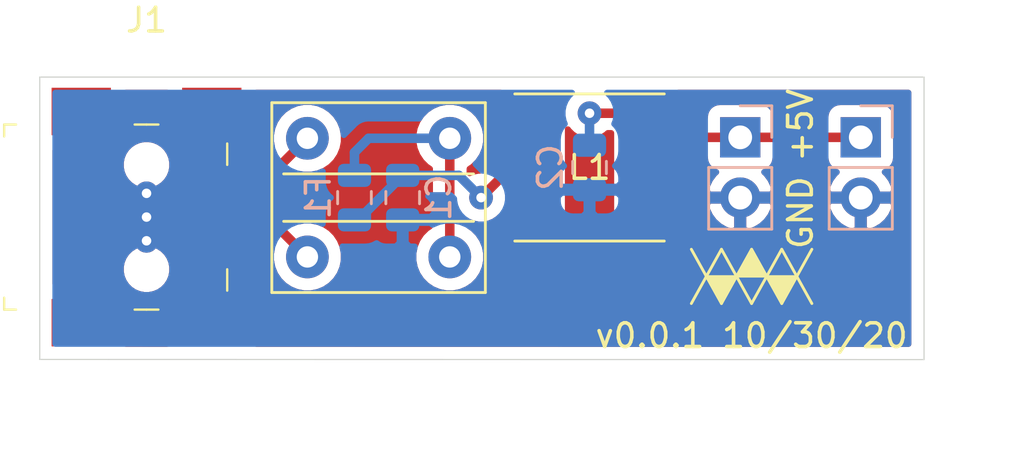
<source format=kicad_pcb>
(kicad_pcb (version 20171130) (host pcbnew "(5.1.6)-1")

  (general
    (thickness 1.6)
    (drawings 7)
    (tracks 32)
    (zones 0)
    (modules 9)
    (nets 6)
  )

  (page A4)
  (layers
    (0 F.Cu signal)
    (31 B.Cu signal)
    (32 B.Adhes user)
    (33 F.Adhes user)
    (34 B.Paste user)
    (35 F.Paste user)
    (36 B.SilkS user)
    (37 F.SilkS user)
    (38 B.Mask user)
    (39 F.Mask user)
    (40 Dwgs.User user)
    (41 Cmts.User user)
    (42 Eco1.User user)
    (43 Eco2.User user)
    (44 Edge.Cuts user)
    (45 Margin user)
    (46 B.CrtYd user)
    (47 F.CrtYd user)
    (48 B.Fab user)
    (49 F.Fab user)
  )

  (setup
    (last_trace_width 0.4)
    (user_trace_width 0.4)
    (trace_clearance 0.2)
    (zone_clearance 0.508)
    (zone_45_only no)
    (trace_min 0.2)
    (via_size 0.8)
    (via_drill 0.4)
    (via_min_size 0.4)
    (via_min_drill 0.3)
    (user_via 1 0.4)
    (uvia_size 0.3)
    (uvia_drill 0.1)
    (uvias_allowed no)
    (uvia_min_size 0.2)
    (uvia_min_drill 0.1)
    (edge_width 0.05)
    (segment_width 0.2)
    (pcb_text_width 0.3)
    (pcb_text_size 1.5 1.5)
    (mod_edge_width 0.12)
    (mod_text_size 1 1)
    (mod_text_width 0.15)
    (pad_size 1.524 1.524)
    (pad_drill 0.762)
    (pad_to_mask_clearance 0.051)
    (solder_mask_min_width 0.25)
    (aux_axis_origin 0 0)
    (visible_elements 7FFFFFFF)
    (pcbplotparams
      (layerselection 0x010fc_ffffffff)
      (usegerberextensions false)
      (usegerberattributes false)
      (usegerberadvancedattributes false)
      (creategerberjobfile false)
      (excludeedgelayer true)
      (linewidth 0.100000)
      (plotframeref false)
      (viasonmask false)
      (mode 1)
      (useauxorigin false)
      (hpglpennumber 1)
      (hpglpenspeed 20)
      (hpglpendiameter 15.000000)
      (psnegative false)
      (psa4output false)
      (plotreference true)
      (plotvalue true)
      (plotinvisibletext false)
      (padsonsilk false)
      (subtractmaskfromsilk false)
      (outputformat 1)
      (mirror false)
      (drillshape 0)
      (scaleselection 1)
      (outputdirectory "gbr/"))
  )

  (net 0 "")
  (net 1 GND)
  (net 2 "Net-(C1-Pad1)")
  (net 3 VFILT)
  (net 4 "Net-(F1-Pad2)")
  (net 5 V+)

  (net_class Default "This is the default net class."
    (clearance 0.2)
    (trace_width 0.25)
    (via_dia 0.8)
    (via_drill 0.4)
    (uvia_dia 0.3)
    (uvia_drill 0.1)
    (add_net GND)
    (add_net "Net-(C1-Pad1)")
    (add_net "Net-(F1-Pad2)")
    (add_net V+)
    (add_net VFILT)
  )

  (module Symbol:Logo_WM (layer F.Cu) (tedit 5EA02B73) (tstamp 5F9CC6A5)
    (at 160.5 110)
    (fp_text reference REF** (at 0 -2.286) (layer F.SilkS) hide
      (effects (font (size 1 1) (thickness 0.15)))
    )
    (fp_text value Logo_WM (at 0 2.032) (layer F.Fab)
      (effects (font (size 1 1) (thickness 0.15)))
    )
    (fp_line (start 0 -1.143) (end -0.635 0) (layer F.SilkS) (width 0.12))
    (fp_line (start -0.635 0) (end 0 1.143) (layer F.SilkS) (width 0.12))
    (fp_line (start 0 1.143) (end 0.635 0) (layer F.SilkS) (width 0.12))
    (fp_line (start 0.635 0) (end 0 -1.143) (layer F.SilkS) (width 0.12))
    (fp_line (start 1.905 0) (end 1.27 -1.143) (layer F.SilkS) (width 0.12))
    (fp_line (start 1.27 1.143) (end 1.905 0) (layer F.SilkS) (width 0.12))
    (fp_line (start 0.635 0) (end 1.27 1.143) (layer F.SilkS) (width 0.12))
    (fp_line (start 1.27 -1.143) (end 0.635 0) (layer F.SilkS) (width 0.12))
    (fp_line (start -1.27 1.143) (end -0.635 0) (layer F.SilkS) (width 0.12))
    (fp_line (start -1.27 -1.143) (end -1.905 0) (layer F.SilkS) (width 0.12))
    (fp_line (start -1.905 0) (end -1.27 1.143) (layer F.SilkS) (width 0.12))
    (fp_line (start -0.635 0) (end -1.27 -1.143) (layer F.SilkS) (width 0.12))
    (fp_line (start -1.905 0) (end -2.54 -1.143) (layer F.SilkS) (width 0.12))
    (fp_line (start -2.54 1.143) (end -1.905 0) (layer F.SilkS) (width 0.12))
    (fp_line (start 2.54 -1.143) (end 1.905 0) (layer F.SilkS) (width 0.12))
    (fp_line (start 1.905 0) (end 2.54 1.143) (layer F.SilkS) (width 0.12))
    (fp_poly (pts (xy -1.905 0) (xy -0.635 0) (xy -1.27 1.143)) (layer F.SilkS) (width 0.1))
    (fp_poly (pts (xy -0.635 0) (xy 0.635 0) (xy 0 -1.143)) (layer F.SilkS) (width 0.1))
    (fp_poly (pts (xy 0.635 0) (xy 1.905 0) (xy 1.27 1.143)) (layer F.SilkS) (width 0.1))
  )

  (module digikey-footprints:USB_Mini_B_Female_690-005-299-043 (layer F.Cu) (tedit 5D28ADF9) (tstamp 5ECCD834)
    (at 135 107.5)
    (descr http://files.edac.net/USB_Mini_B_Female_690-005-299-043.pdf)
    (path /5ECC6B72)
    (attr smd)
    (fp_text reference J1 (at 0 -8.3) (layer F.SilkS)
      (effects (font (size 1 1) (thickness 0.15)))
    )
    (fp_text value USB_B_Micro (at 0.08 9.44) (layer F.Fab)
      (effects (font (size 1 1) (thickness 0.15)))
    )
    (fp_text user %R (at -1.3 0) (layer F.Fab)
      (effects (font (size 1 1) (thickness 0.15)))
    )
    (fp_line (start -6.15 -5.7) (end -6.15 5.7) (layer F.CrtYd) (width 0.05))
    (fp_line (start -6.15 5.7) (end 4.25 5.7) (layer F.CrtYd) (width 0.05))
    (fp_line (start 4.25 5.7) (end 4.25 -5.7) (layer F.CrtYd) (width 0.05))
    (fp_line (start 4.25 -5.7) (end -6.15 -5.7) (layer F.CrtYd) (width 0.05))
    (fp_line (start 0 -3.9) (end 0.5 -3.9) (layer F.SilkS) (width 0.1))
    (fp_line (start 0 -3.9) (end -0.5 -3.9) (layer F.SilkS) (width 0.1))
    (fp_line (start 3.4 -2.2) (end 3.4 -3.1) (layer F.SilkS) (width 0.1))
    (fp_line (start 3.4 2.2) (end 3.4 3.1) (layer F.SilkS) (width 0.1))
    (fp_line (start 0 3.9) (end 0.5 3.9) (layer F.SilkS) (width 0.1))
    (fp_line (start 0 3.9) (end -0.5 3.9) (layer F.SilkS) (width 0.1))
    (fp_line (start -6 3.9) (end -6 3.4) (layer F.SilkS) (width 0.1))
    (fp_line (start -6 3.9) (end -5.5 3.9) (layer F.SilkS) (width 0.1))
    (fp_line (start -6 -3.9) (end -6 -3.4) (layer F.SilkS) (width 0.1))
    (fp_line (start -6 -3.9) (end -5.5 -3.9) (layer F.SilkS) (width 0.1))
    (fp_line (start -5.9 3.75) (end -5.9 -3.75) (layer F.Fab) (width 0.1))
    (fp_line (start 3.3 -3.75) (end 3.3 3.75) (layer F.Fab) (width 0.1))
    (fp_line (start 3.3 3.75) (end -5.9 3.75) (layer F.Fab) (width 0.1))
    (fp_line (start 3.3 -3.75) (end -5.9 -3.75) (layer F.Fab) (width 0.1))
    (pad "" np_thru_hole circle (at 0 -2.2) (size 0.9 0.9) (drill 0.9) (layers *.Cu *.Mask))
    (pad "" np_thru_hole circle (at 0 2.2) (size 0.9 0.9) (drill 0.9) (layers *.Cu *.Mask))
    (pad 5 smd rect (at 2.85 1.6) (size 2.3 0.5) (layers F.Cu F.Paste F.Mask)
      (net 1 GND))
    (pad 4 smd rect (at 2.85 0.8) (size 2.3 0.5) (layers F.Cu F.Paste F.Mask)
      (net 1 GND))
    (pad 3 smd rect (at 2.85 0) (size 2.3 0.5) (layers F.Cu F.Paste F.Mask)
      (net 1 GND))
    (pad 2 smd rect (at 2.85 -0.8) (size 2.3 0.5) (layers F.Cu F.Paste F.Mask)
      (net 1 GND))
    (pad 1 smd rect (at 2.85 -1.6) (size 2.3 0.5) (layers F.Cu F.Paste F.Mask)
      (net 5 V+))
    (pad SH smd rect (at 2.75 4.45) (size 2.5 2) (layers F.Cu F.Paste F.Mask))
    (pad SH smd rect (at 2.75 -4.45) (size 2.5 2) (layers F.Cu F.Paste F.Mask))
    (pad SH smd rect (at -2.75 -4.45) (size 2.5 2) (layers F.Cu F.Paste F.Mask))
    (pad SH smd rect (at -2.75 4.45) (size 2.5 2) (layers F.Cu F.Paste F.Mask))
  )

  (module Button_Switch_THT:SW_CuK_PVA1_9.8x9.2mm (layer F.Cu) (tedit 5ECC74E8) (tstamp 5ECCD899)
    (at 144.78 106.68)
    (path /5ECC93A8)
    (fp_text reference SW1 (at 0 5.5) (layer F.SilkS) hide
      (effects (font (size 1 1) (thickness 0.15)))
    )
    (fp_text value SW_DPST (at 0 7.5) (layer F.Fab)
      (effects (font (size 1 1) (thickness 0.15)))
    )
    (fp_line (start -4 1) (end 4 1) (layer F.SilkS) (width 0.12))
    (fp_line (start -4.5 4) (end -4.5 -4) (layer F.SilkS) (width 0.12))
    (fp_line (start 4.5 4) (end -4.5 4) (layer F.SilkS) (width 0.12))
    (fp_line (start 4.5 -4) (end 4.5 4) (layer F.SilkS) (width 0.12))
    (fp_line (start -4.5 -4) (end 4.5 -4) (layer F.SilkS) (width 0.12))
    (fp_line (start -4 -1) (end 4 -1) (layer F.SilkS) (width 0.12))
    (fp_line (start 1 -1) (end -1 -1) (layer F.Fab) (width 0.12))
    (fp_line (start 1 1) (end 1 -1) (layer F.Fab) (width 0.12))
    (fp_line (start -1 1) (end 1 1) (layer F.Fab) (width 0.12))
    (fp_line (start -1 -1) (end -1 1) (layer F.Fab) (width 0.12))
    (fp_line (start -1.5 4.5) (end -1.5 4) (layer F.Fab) (width 0.12))
    (fp_line (start 1.5 4) (end 1.5 4.5) (layer F.Fab) (width 0.12))
    (fp_line (start 1.5 4.5) (end -1.5 4.5) (layer F.Fab) (width 0.12))
    (fp_line (start 1.5 -4.5) (end 1.5 -4) (layer F.Fab) (width 0.12))
    (fp_line (start -1.5 -4.5) (end 1.5 -4.5) (layer F.Fab) (width 0.12))
    (fp_line (start -1.5 -4) (end -1.5 -4.5) (layer F.Fab) (width 0.12))
    (fp_line (start -4.5 4) (end -4.5 -4) (layer F.Fab) (width 0.12))
    (fp_line (start 4.5 4) (end -4.5 4) (layer F.Fab) (width 0.12))
    (fp_line (start 4.5 -4) (end 4.5 4) (layer F.Fab) (width 0.12))
    (fp_line (start -4.5 -4) (end 4.5 -4) (layer F.Fab) (width 0.12))
    (fp_line (start -4.9 4.6) (end -4.9 -4.6) (layer F.CrtYd) (width 0.12))
    (fp_line (start 4.9 4.6) (end -4.9 4.6) (layer F.CrtYd) (width 0.12))
    (fp_line (start 4.9 -4.6) (end 4.9 4.6) (layer F.CrtYd) (width 0.12))
    (fp_line (start -4.9 -4.6) (end 4.9 -4.6) (layer F.CrtYd) (width 0.12))
    (pad 3 thru_hole circle (at -3 2.5 90) (size 1.8 1.8) (drill 0.9) (layers *.Cu *.Mask)
      (net 5 V+))
    (pad 4 thru_hole circle (at 3 2.5 180) (size 1.8 1.8) (drill 0.9) (layers *.Cu *.Mask)
      (net 4 "Net-(F1-Pad2)"))
    (pad 2 thru_hole circle (at 3 -2.5 270) (size 1.8 1.8) (drill 0.9) (layers *.Cu *.Mask)
      (net 4 "Net-(F1-Pad2)"))
    (pad 1 thru_hole circle (at -3 -2.5) (size 1.8 1.8) (drill 0.9) (layers *.Cu *.Mask)
      (net 5 V+))
    (model Z:/project/kicad/custom_libs/models/Switch.3dshapes/PVA1EEH11.2NV2.igs
      (at (xyz 0 0 0))
      (scale (xyz 1 1 1))
      (rotate (xyz -90 0 0))
    )
  )

  (module Inductor_SMD:L_Taiyo-Yuden_NR-60xx (layer F.Cu) (tedit 5990349D) (tstamp 5ECCD879)
    (at 153.67 105.41)
    (descr "Inductor, Taiyo Yuden, NR series, Taiyo-Yuden_NR-60xx, 6.0mmx6.0mm")
    (tags "inductor taiyo-yuden nr smd")
    (path /5ECC735B)
    (attr smd)
    (fp_text reference L1 (at 0 0) (layer F.SilkS)
      (effects (font (size 1 1) (thickness 0.15)))
    )
    (fp_text value "33uH 1.1A" (at 0 4.5) (layer F.Fab)
      (effects (font (size 1 1) (thickness 0.15)))
    )
    (fp_line (start 3.45 -3.25) (end -3.45 -3.25) (layer F.CrtYd) (width 0.05))
    (fp_line (start 3.45 3.25) (end 3.45 -3.25) (layer F.CrtYd) (width 0.05))
    (fp_line (start -3.45 3.25) (end 3.45 3.25) (layer F.CrtYd) (width 0.05))
    (fp_line (start -3.45 -3.25) (end -3.45 3.25) (layer F.CrtYd) (width 0.05))
    (fp_line (start -3.15 3.1) (end 3.15 3.1) (layer F.SilkS) (width 0.12))
    (fp_line (start -3.15 -3.1) (end 3.15 -3.1) (layer F.SilkS) (width 0.12))
    (fp_line (start -2 3) (end 0 3) (layer F.Fab) (width 0.1))
    (fp_line (start -3 2) (end -2 3) (layer F.Fab) (width 0.1))
    (fp_line (start -3 0) (end -3 2) (layer F.Fab) (width 0.1))
    (fp_line (start 2 3) (end 0 3) (layer F.Fab) (width 0.1))
    (fp_line (start 3 2) (end 2 3) (layer F.Fab) (width 0.1))
    (fp_line (start 3 0) (end 3 2) (layer F.Fab) (width 0.1))
    (fp_line (start 2 -3) (end 0 -3) (layer F.Fab) (width 0.1))
    (fp_line (start 3 -2) (end 2 -3) (layer F.Fab) (width 0.1))
    (fp_line (start 3 0) (end 3 -2) (layer F.Fab) (width 0.1))
    (fp_line (start -2 -3) (end 0 -3) (layer F.Fab) (width 0.1))
    (fp_line (start -3 -2) (end -2 -3) (layer F.Fab) (width 0.1))
    (fp_line (start -3 0) (end -3 -2) (layer F.Fab) (width 0.1))
    (fp_text user %R (at 0 0) (layer F.Fab)
      (effects (font (size 1 1) (thickness 0.15)))
    )
    (pad 2 smd rect (at 2.35 0) (size 1.6 5.9) (layers F.Cu F.Paste F.Mask)
      (net 3 VFILT))
    (pad 1 smd rect (at -2.35 0) (size 1.6 5.9) (layers F.Cu F.Paste F.Mask)
      (net 2 "Net-(C1-Pad1)"))
    (model ${KISYS3DMOD}/Inductor_SMD.3dshapes/L_Taiyo-Yuden_NR-60xx.wrl
      (at (xyz 0 0 0))
      (scale (xyz 1 1 1))
      (rotate (xyz 0 0 0))
    )
    (model ${KISYS3DMOD}/Inductor_SMD.3dshapes/L_Bourns_SRN6045TA.wrl
      (at (xyz 0 0 0))
      (scale (xyz 1 1 1))
      (rotate (xyz 0 0 0))
    )
  )

  (module Connector_PinHeader_2.54mm:PinHeader_1x02_P2.54mm_Vertical (layer B.Cu) (tedit 59FED5CC) (tstamp 5ECCD860)
    (at 165.1 104.14 180)
    (descr "Through hole straight pin header, 1x02, 2.54mm pitch, single row")
    (tags "Through hole pin header THT 1x02 2.54mm single row")
    (path /5ECCE30E)
    (fp_text reference J3 (at 0 2.33) (layer B.SilkS) hide
      (effects (font (size 1 1) (thickness 0.15)) (justify mirror))
    )
    (fp_text value Conn_01x02 (at 0 -4.87) (layer B.Fab)
      (effects (font (size 1 1) (thickness 0.15)) (justify mirror))
    )
    (fp_line (start 1.8 1.8) (end -1.8 1.8) (layer B.CrtYd) (width 0.05))
    (fp_line (start 1.8 -4.35) (end 1.8 1.8) (layer B.CrtYd) (width 0.05))
    (fp_line (start -1.8 -4.35) (end 1.8 -4.35) (layer B.CrtYd) (width 0.05))
    (fp_line (start -1.8 1.8) (end -1.8 -4.35) (layer B.CrtYd) (width 0.05))
    (fp_line (start -1.33 1.33) (end 0 1.33) (layer B.SilkS) (width 0.12))
    (fp_line (start -1.33 0) (end -1.33 1.33) (layer B.SilkS) (width 0.12))
    (fp_line (start -1.33 -1.27) (end 1.33 -1.27) (layer B.SilkS) (width 0.12))
    (fp_line (start 1.33 -1.27) (end 1.33 -3.87) (layer B.SilkS) (width 0.12))
    (fp_line (start -1.33 -1.27) (end -1.33 -3.87) (layer B.SilkS) (width 0.12))
    (fp_line (start -1.33 -3.87) (end 1.33 -3.87) (layer B.SilkS) (width 0.12))
    (fp_line (start -1.27 0.635) (end -0.635 1.27) (layer B.Fab) (width 0.1))
    (fp_line (start -1.27 -3.81) (end -1.27 0.635) (layer B.Fab) (width 0.1))
    (fp_line (start 1.27 -3.81) (end -1.27 -3.81) (layer B.Fab) (width 0.1))
    (fp_line (start 1.27 1.27) (end 1.27 -3.81) (layer B.Fab) (width 0.1))
    (fp_line (start -0.635 1.27) (end 1.27 1.27) (layer B.Fab) (width 0.1))
    (fp_text user %R (at 0 -1.27 -90) (layer B.Fab)
      (effects (font (size 1 1) (thickness 0.15)) (justify mirror))
    )
    (pad 2 thru_hole oval (at 0 -2.54 180) (size 1.7 1.7) (drill 1) (layers *.Cu *.Mask)
      (net 1 GND))
    (pad 1 thru_hole rect (at 0 0 180) (size 1.7 1.7) (drill 1) (layers *.Cu *.Mask)
      (net 3 VFILT))
    (model ${KISYS3DMOD}/Connector_PinHeader_2.54mm.3dshapes/PinHeader_1x02_P2.54mm_Vertical.wrl
      (at (xyz 0 0 0))
      (scale (xyz 1 1 1))
      (rotate (xyz 0 0 0))
    )
  )

  (module Connector_PinHeader_2.54mm:PinHeader_1x02_P2.54mm_Vertical (layer B.Cu) (tedit 59FED5CC) (tstamp 5ECCD84A)
    (at 160.02 104.14 180)
    (descr "Through hole straight pin header, 1x02, 2.54mm pitch, single row")
    (tags "Through hole pin header THT 1x02 2.54mm single row")
    (path /5ECCCE92)
    (fp_text reference J2 (at 0 2.33) (layer B.SilkS) hide
      (effects (font (size 1 1) (thickness 0.15)) (justify mirror))
    )
    (fp_text value Conn_01x02 (at 0 -4.87) (layer B.Fab)
      (effects (font (size 1 1) (thickness 0.15)) (justify mirror))
    )
    (fp_line (start 1.8 1.8) (end -1.8 1.8) (layer B.CrtYd) (width 0.05))
    (fp_line (start 1.8 -4.35) (end 1.8 1.8) (layer B.CrtYd) (width 0.05))
    (fp_line (start -1.8 -4.35) (end 1.8 -4.35) (layer B.CrtYd) (width 0.05))
    (fp_line (start -1.8 1.8) (end -1.8 -4.35) (layer B.CrtYd) (width 0.05))
    (fp_line (start -1.33 1.33) (end 0 1.33) (layer B.SilkS) (width 0.12))
    (fp_line (start -1.33 0) (end -1.33 1.33) (layer B.SilkS) (width 0.12))
    (fp_line (start -1.33 -1.27) (end 1.33 -1.27) (layer B.SilkS) (width 0.12))
    (fp_line (start 1.33 -1.27) (end 1.33 -3.87) (layer B.SilkS) (width 0.12))
    (fp_line (start -1.33 -1.27) (end -1.33 -3.87) (layer B.SilkS) (width 0.12))
    (fp_line (start -1.33 -3.87) (end 1.33 -3.87) (layer B.SilkS) (width 0.12))
    (fp_line (start -1.27 0.635) (end -0.635 1.27) (layer B.Fab) (width 0.1))
    (fp_line (start -1.27 -3.81) (end -1.27 0.635) (layer B.Fab) (width 0.1))
    (fp_line (start 1.27 -3.81) (end -1.27 -3.81) (layer B.Fab) (width 0.1))
    (fp_line (start 1.27 1.27) (end 1.27 -3.81) (layer B.Fab) (width 0.1))
    (fp_line (start -0.635 1.27) (end 1.27 1.27) (layer B.Fab) (width 0.1))
    (fp_text user %R (at 0 -1.27 270) (layer B.Fab)
      (effects (font (size 1 1) (thickness 0.15)) (justify mirror))
    )
    (pad 2 thru_hole oval (at 0 -2.54 180) (size 1.7 1.7) (drill 1) (layers *.Cu *.Mask)
      (net 1 GND))
    (pad 1 thru_hole rect (at 0 0 180) (size 1.7 1.7) (drill 1) (layers *.Cu *.Mask)
      (net 3 VFILT))
    (model ${KISYS3DMOD}/Connector_PinHeader_2.54mm.3dshapes/PinHeader_1x02_P2.54mm_Vertical.wrl
      (at (xyz 0 0 0))
      (scale (xyz 1 1 1))
      (rotate (xyz 0 0 0))
    )
  )

  (module Fuse:Fuse_0805_2012Metric (layer B.Cu) (tedit 5B36C52C) (tstamp 5ECCD813)
    (at 143.764 106.68 90)
    (descr "Fuse SMD 0805 (2012 Metric), square (rectangular) end terminal, IPC_7351 nominal, (Body size source: https://docs.google.com/spreadsheets/d/1BsfQQcO9C6DZCsRaXUlFlo91Tg2WpOkGARC1WS5S8t0/edit?usp=sharing), generated with kicad-footprint-generator")
    (tags resistor)
    (path /5ECD5EF0)
    (attr smd)
    (fp_text reference F1 (at 0 -1.524 90) (layer B.SilkS)
      (effects (font (size 1 1) (thickness 0.15)) (justify mirror))
    )
    (fp_text value 1A (at 0 -1.65 90) (layer B.Fab)
      (effects (font (size 1 1) (thickness 0.15)) (justify mirror))
    )
    (fp_line (start 1.68 -0.95) (end -1.68 -0.95) (layer B.CrtYd) (width 0.05))
    (fp_line (start 1.68 0.95) (end 1.68 -0.95) (layer B.CrtYd) (width 0.05))
    (fp_line (start -1.68 0.95) (end 1.68 0.95) (layer B.CrtYd) (width 0.05))
    (fp_line (start -1.68 -0.95) (end -1.68 0.95) (layer B.CrtYd) (width 0.05))
    (fp_line (start -0.258578 -0.71) (end 0.258578 -0.71) (layer B.SilkS) (width 0.12))
    (fp_line (start -0.258578 0.71) (end 0.258578 0.71) (layer B.SilkS) (width 0.12))
    (fp_line (start 1 -0.6) (end -1 -0.6) (layer B.Fab) (width 0.1))
    (fp_line (start 1 0.6) (end 1 -0.6) (layer B.Fab) (width 0.1))
    (fp_line (start -1 0.6) (end 1 0.6) (layer B.Fab) (width 0.1))
    (fp_line (start -1 -0.6) (end -1 0.6) (layer B.Fab) (width 0.1))
    (fp_text user %R (at 0 0 90) (layer B.Fab)
      (effects (font (size 0.5 0.5) (thickness 0.08)) (justify mirror))
    )
    (pad 2 smd roundrect (at 0.9375 0 90) (size 0.975 1.4) (layers B.Cu B.Paste B.Mask) (roundrect_rratio 0.25)
      (net 4 "Net-(F1-Pad2)"))
    (pad 1 smd roundrect (at -0.9375 0 90) (size 0.975 1.4) (layers B.Cu B.Paste B.Mask) (roundrect_rratio 0.25)
      (net 2 "Net-(C1-Pad1)"))
    (model ${KISYS3DMOD}/Fuse.3dshapes/Fuse_0805_2012Metric.wrl
      (at (xyz 0 0 0))
      (scale (xyz 1 1 1))
      (rotate (xyz 0 0 0))
    )
  )

  (module Capacitor_SMD:C_0805_2012Metric (layer B.Cu) (tedit 5B36C52B) (tstamp 5ECCD802)
    (at 153.67 105.41 270)
    (descr "Capacitor SMD 0805 (2012 Metric), square (rectangular) end terminal, IPC_7351 nominal, (Body size source: https://docs.google.com/spreadsheets/d/1BsfQQcO9C6DZCsRaXUlFlo91Tg2WpOkGARC1WS5S8t0/edit?usp=sharing), generated with kicad-footprint-generator")
    (tags capacitor)
    (path /5ECC7DDF)
    (attr smd)
    (fp_text reference C2 (at 0 1.65 270) (layer B.SilkS)
      (effects (font (size 1 1) (thickness 0.15)) (justify mirror))
    )
    (fp_text value 1uF (at 0 -1.65 270) (layer B.Fab)
      (effects (font (size 1 1) (thickness 0.15)) (justify mirror))
    )
    (fp_line (start 1.68 -0.95) (end -1.68 -0.95) (layer B.CrtYd) (width 0.05))
    (fp_line (start 1.68 0.95) (end 1.68 -0.95) (layer B.CrtYd) (width 0.05))
    (fp_line (start -1.68 0.95) (end 1.68 0.95) (layer B.CrtYd) (width 0.05))
    (fp_line (start -1.68 -0.95) (end -1.68 0.95) (layer B.CrtYd) (width 0.05))
    (fp_line (start -0.258578 -0.71) (end 0.258578 -0.71) (layer B.SilkS) (width 0.12))
    (fp_line (start -0.258578 0.71) (end 0.258578 0.71) (layer B.SilkS) (width 0.12))
    (fp_line (start 1 -0.6) (end -1 -0.6) (layer B.Fab) (width 0.1))
    (fp_line (start 1 0.6) (end 1 -0.6) (layer B.Fab) (width 0.1))
    (fp_line (start -1 0.6) (end 1 0.6) (layer B.Fab) (width 0.1))
    (fp_line (start -1 -0.6) (end -1 0.6) (layer B.Fab) (width 0.1))
    (fp_text user %R (at 0 0 270) (layer B.Fab)
      (effects (font (size 0.5 0.5) (thickness 0.08)) (justify mirror))
    )
    (pad 2 smd roundrect (at 0.9375 0 270) (size 0.975 1.4) (layers B.Cu B.Paste B.Mask) (roundrect_rratio 0.25)
      (net 1 GND))
    (pad 1 smd roundrect (at -0.9375 0 270) (size 0.975 1.4) (layers B.Cu B.Paste B.Mask) (roundrect_rratio 0.25)
      (net 3 VFILT))
    (model ${KISYS3DMOD}/Capacitor_SMD.3dshapes/C_0805_2012Metric.wrl
      (at (xyz 0 0 0))
      (scale (xyz 1 1 1))
      (rotate (xyz 0 0 0))
    )
  )

  (module Capacitor_SMD:C_0805_2012Metric (layer B.Cu) (tedit 5B36C52B) (tstamp 5ECCD7F1)
    (at 145.796 106.68 270)
    (descr "Capacitor SMD 0805 (2012 Metric), square (rectangular) end terminal, IPC_7351 nominal, (Body size source: https://docs.google.com/spreadsheets/d/1BsfQQcO9C6DZCsRaXUlFlo91Tg2WpOkGARC1WS5S8t0/edit?usp=sharing), generated with kicad-footprint-generator")
    (tags capacitor)
    (path /5ECC784D)
    (attr smd)
    (fp_text reference C1 (at 0 -1.524 270) (layer B.SilkS)
      (effects (font (size 1 1) (thickness 0.15)) (justify mirror))
    )
    (fp_text value 1uF (at 0 -1.65 270) (layer B.Fab)
      (effects (font (size 1 1) (thickness 0.15)) (justify mirror))
    )
    (fp_line (start 1.68 -0.95) (end -1.68 -0.95) (layer B.CrtYd) (width 0.05))
    (fp_line (start 1.68 0.95) (end 1.68 -0.95) (layer B.CrtYd) (width 0.05))
    (fp_line (start -1.68 0.95) (end 1.68 0.95) (layer B.CrtYd) (width 0.05))
    (fp_line (start -1.68 -0.95) (end -1.68 0.95) (layer B.CrtYd) (width 0.05))
    (fp_line (start -0.258578 -0.71) (end 0.258578 -0.71) (layer B.SilkS) (width 0.12))
    (fp_line (start -0.258578 0.71) (end 0.258578 0.71) (layer B.SilkS) (width 0.12))
    (fp_line (start 1 -0.6) (end -1 -0.6) (layer B.Fab) (width 0.1))
    (fp_line (start 1 0.6) (end 1 -0.6) (layer B.Fab) (width 0.1))
    (fp_line (start -1 0.6) (end 1 0.6) (layer B.Fab) (width 0.1))
    (fp_line (start -1 -0.6) (end -1 0.6) (layer B.Fab) (width 0.1))
    (fp_text user %R (at 0 0 270) (layer B.Fab)
      (effects (font (size 0.5 0.5) (thickness 0.08)) (justify mirror))
    )
    (pad 2 smd roundrect (at 0.9375 0 270) (size 0.975 1.4) (layers B.Cu B.Paste B.Mask) (roundrect_rratio 0.25)
      (net 1 GND))
    (pad 1 smd roundrect (at -0.9375 0 270) (size 0.975 1.4) (layers B.Cu B.Paste B.Mask) (roundrect_rratio 0.25)
      (net 2 "Net-(C1-Pad1)"))
    (model ${KISYS3DMOD}/Capacitor_SMD.3dshapes/C_0805_2012Metric.wrl
      (at (xyz 0 0 0))
      (scale (xyz 1 1 1))
      (rotate (xyz 0 0 0))
    )
  )

  (gr_text GND (at 162.56 107.315 90) (layer F.SilkS)
    (effects (font (size 1 1) (thickness 0.15)))
  )
  (gr_text +5V (at 162.56 103.632 90) (layer F.SilkS)
    (effects (font (size 1 1) (thickness 0.15)))
  )
  (gr_text "v0.0.1 10/30/20" (at 160.5 112.5) (layer F.SilkS)
    (effects (font (size 1 1) (thickness 0.15)))
  )
  (gr_line (start 130.5 113.5) (end 130.5 101.6) (layer Edge.Cuts) (width 0.05) (tstamp 5ECCE3F8))
  (gr_line (start 167.767 113.506) (end 130.5 113.5) (layer Edge.Cuts) (width 0.05))
  (gr_line (start 167.767 101.6) (end 167.767 113.506) (layer Edge.Cuts) (width 0.05))
  (gr_line (start 130.5 101.6) (end 167.767 101.6) (layer Edge.Cuts) (width 0.05))

  (segment (start 137.85 106.7) (end 137.85 107.5) (width 0.4) (layer F.Cu) (net 1))
  (segment (start 137.85 107.5) (end 137.85 108.3) (width 0.4) (layer F.Cu) (net 1))
  (segment (start 137.85 108.3) (end 137.85 109.1) (width 0.4) (layer F.Cu) (net 1))
  (via (at 135 106.5) (size 1) (drill 0.4) (layers F.Cu B.Cu) (net 1))
  (via (at 135 108.5) (size 1) (drill 0.4) (layers F.Cu B.Cu) (net 1))
  (via (at 135 107.5) (size 1) (drill 0.4) (layers F.Cu B.Cu) (net 1))
  (segment (start 143.921 107.6175) (end 145.796 105.7425) (width 0.4) (layer B.Cu) (net 2))
  (segment (start 143.764 107.6175) (end 143.921 107.6175) (width 0.4) (layer B.Cu) (net 2))
  (via (at 149.098 106.68) (size 1) (drill 0.4) (layers F.Cu B.Cu) (net 2))
  (segment (start 145.796 105.7425) (end 148.1605 105.7425) (width 0.4) (layer B.Cu) (net 2))
  (segment (start 148.1605 105.7425) (end 149.098 106.68) (width 0.4) (layer B.Cu) (net 2))
  (segment (start 150.368 105.41) (end 151.32 105.41) (width 0.4) (layer F.Cu) (net 2))
  (segment (start 149.098 106.68) (end 150.368 105.41) (width 0.4) (layer F.Cu) (net 2))
  (segment (start 156.02 105.41) (end 156.02 103.823) (width 0.4) (layer F.Cu) (net 3))
  (via (at 153.67 103.124) (size 1) (drill 0.4) (layers F.Cu B.Cu) (net 3))
  (segment (start 156.02 103.823) (end 155.321 103.124) (width 0.4) (layer F.Cu) (net 3))
  (segment (start 155.321 103.124) (end 153.67 103.124) (width 0.4) (layer F.Cu) (net 3))
  (segment (start 153.67 103.124) (end 153.67 104.4725) (width 0.4) (layer B.Cu) (net 3))
  (segment (start 160.02 104.14) (end 156.972 104.14) (width 0.4) (layer F.Cu) (net 3))
  (segment (start 156.02 105.092) (end 156.972 104.14) (width 0.4) (layer F.Cu) (net 3))
  (segment (start 156.02 105.41) (end 156.02 105.092) (width 0.4) (layer F.Cu) (net 3))
  (segment (start 160.02 104.14) (end 165.1 104.14) (width 0.4) (layer F.Cu) (net 3))
  (segment (start 147.78 104.18) (end 144.359 104.18) (width 0.4) (layer B.Cu) (net 4))
  (segment (start 143.764 104.775) (end 143.764 105.7425) (width 0.4) (layer B.Cu) (net 4))
  (segment (start 144.359 104.18) (end 143.764 104.775) (width 0.4) (layer B.Cu) (net 4))
  (segment (start 147.78 109.18) (end 147.78 104.18) (width 0.4) (layer F.Cu) (net 4))
  (segment (start 140.58 105.38) (end 141.78 104.18) (width 0.4) (layer F.Cu) (net 5))
  (segment (start 140.58 107.98) (end 141.78 109.18) (width 0.4) (layer F.Cu) (net 5))
  (segment (start 137.85 105.9) (end 140.56 105.9) (width 0.4) (layer F.Cu) (net 5))
  (segment (start 140.56 105.9) (end 140.58 105.92) (width 0.4) (layer F.Cu) (net 5))
  (segment (start 140.58 105.38) (end 140.58 105.92) (width 0.4) (layer F.Cu) (net 5))
  (segment (start 140.58 105.92) (end 140.58 107.98) (width 0.4) (layer F.Cu) (net 5))

  (zone (net 1) (net_name GND) (layer F.Cu) (tstamp 5ECC7D9D) (hatch edge 0.508)
    (connect_pads (clearance 0.508))
    (min_thickness 0.254)
    (fill yes (arc_segments 32) (thermal_gap 0.508) (thermal_bridge_width 0.508))
    (polygon
      (pts
        (xy 170.18 100.5) (xy 130 100.5) (xy 130 113.76) (xy 170.18 113.76)
      )
    )
    (filled_polygon
      (pts
        (xy 135.861928 104.05) (xy 135.874188 104.174482) (xy 135.910498 104.29418) (xy 135.969463 104.404494) (xy 136.048815 104.501185)
        (xy 136.145506 104.580537) (xy 136.25582 104.639502) (xy 136.375518 104.675812) (xy 136.5 104.688072) (xy 139 104.688072)
        (xy 139.124482 104.675812) (xy 139.24418 104.639502) (xy 139.354494 104.580537) (xy 139.451185 104.501185) (xy 139.530537 104.404494)
        (xy 139.589502 104.29418) (xy 139.625812 104.174482) (xy 139.638072 104.05) (xy 139.638072 102.26) (xy 149.917096 102.26)
        (xy 149.894188 102.335518) (xy 149.881928 102.46) (xy 149.881928 104.728717) (xy 149.774709 104.816709) (xy 149.748558 104.848574)
        (xy 149.052133 105.545) (xy 148.986212 105.545) (xy 148.766933 105.588617) (xy 148.615 105.65155) (xy 148.615 105.468199)
        (xy 148.758505 105.372312) (xy 148.972312 105.158505) (xy 149.140299 104.907095) (xy 149.256011 104.627743) (xy 149.315 104.331184)
        (xy 149.315 104.028816) (xy 149.256011 103.732257) (xy 149.140299 103.452905) (xy 148.972312 103.201495) (xy 148.758505 102.987688)
        (xy 148.507095 102.819701) (xy 148.227743 102.703989) (xy 147.931184 102.645) (xy 147.628816 102.645) (xy 147.332257 102.703989)
        (xy 147.052905 102.819701) (xy 146.801495 102.987688) (xy 146.587688 103.201495) (xy 146.419701 103.452905) (xy 146.303989 103.732257)
        (xy 146.245 104.028816) (xy 146.245 104.331184) (xy 146.303989 104.627743) (xy 146.419701 104.907095) (xy 146.587688 105.158505)
        (xy 146.801495 105.372312) (xy 146.945001 105.4682) (xy 146.945 107.891801) (xy 146.801495 107.987688) (xy 146.587688 108.201495)
        (xy 146.419701 108.452905) (xy 146.303989 108.732257) (xy 146.245 109.028816) (xy 146.245 109.331184) (xy 146.303989 109.627743)
        (xy 146.419701 109.907095) (xy 146.587688 110.158505) (xy 146.801495 110.372312) (xy 147.052905 110.540299) (xy 147.332257 110.656011)
        (xy 147.628816 110.715) (xy 147.931184 110.715) (xy 148.227743 110.656011) (xy 148.507095 110.540299) (xy 148.758505 110.372312)
        (xy 148.972312 110.158505) (xy 149.140299 109.907095) (xy 149.256011 109.627743) (xy 149.315 109.331184) (xy 149.315 109.028816)
        (xy 149.256011 108.732257) (xy 149.140299 108.452905) (xy 148.972312 108.201495) (xy 148.758505 107.987688) (xy 148.615 107.891801)
        (xy 148.615 107.70845) (xy 148.766933 107.771383) (xy 148.986212 107.815) (xy 149.209788 107.815) (xy 149.429067 107.771383)
        (xy 149.635624 107.685824) (xy 149.82152 107.561612) (xy 149.881928 107.501204) (xy 149.881928 108.36) (xy 149.894188 108.484482)
        (xy 149.930498 108.60418) (xy 149.989463 108.714494) (xy 150.068815 108.811185) (xy 150.165506 108.890537) (xy 150.27582 108.949502)
        (xy 150.395518 108.985812) (xy 150.52 108.998072) (xy 152.12 108.998072) (xy 152.244482 108.985812) (xy 152.36418 108.949502)
        (xy 152.474494 108.890537) (xy 152.571185 108.811185) (xy 152.650537 108.714494) (xy 152.709502 108.60418) (xy 152.745812 108.484482)
        (xy 152.758072 108.36) (xy 152.758072 103.802149) (xy 152.788388 103.84752) (xy 152.94648 104.005612) (xy 153.132376 104.129824)
        (xy 153.338933 104.215383) (xy 153.558212 104.259) (xy 153.781788 104.259) (xy 154.001067 104.215383) (xy 154.207624 104.129824)
        (xy 154.39352 104.005612) (xy 154.440132 103.959) (xy 154.581928 103.959) (xy 154.581928 108.36) (xy 154.594188 108.484482)
        (xy 154.630498 108.60418) (xy 154.689463 108.714494) (xy 154.768815 108.811185) (xy 154.865506 108.890537) (xy 154.97582 108.949502)
        (xy 155.095518 108.985812) (xy 155.22 108.998072) (xy 156.82 108.998072) (xy 156.944482 108.985812) (xy 157.06418 108.949502)
        (xy 157.174494 108.890537) (xy 157.271185 108.811185) (xy 157.350537 108.714494) (xy 157.409502 108.60418) (xy 157.445812 108.484482)
        (xy 157.458072 108.36) (xy 157.458072 107.03689) (xy 158.578524 107.03689) (xy 158.623175 107.184099) (xy 158.748359 107.44692)
        (xy 158.922412 107.680269) (xy 159.138645 107.875178) (xy 159.388748 108.024157) (xy 159.663109 108.121481) (xy 159.893 108.000814)
        (xy 159.893 106.807) (xy 160.147 106.807) (xy 160.147 108.000814) (xy 160.376891 108.121481) (xy 160.651252 108.024157)
        (xy 160.901355 107.875178) (xy 161.117588 107.680269) (xy 161.291641 107.44692) (xy 161.416825 107.184099) (xy 161.461476 107.03689)
        (xy 163.658524 107.03689) (xy 163.703175 107.184099) (xy 163.828359 107.44692) (xy 164.002412 107.680269) (xy 164.218645 107.875178)
        (xy 164.468748 108.024157) (xy 164.743109 108.121481) (xy 164.973 108.000814) (xy 164.973 106.807) (xy 165.227 106.807)
        (xy 165.227 108.000814) (xy 165.456891 108.121481) (xy 165.731252 108.024157) (xy 165.981355 107.875178) (xy 166.197588 107.680269)
        (xy 166.371641 107.44692) (xy 166.496825 107.184099) (xy 166.541476 107.03689) (xy 166.420155 106.807) (xy 165.227 106.807)
        (xy 164.973 106.807) (xy 163.779845 106.807) (xy 163.658524 107.03689) (xy 161.461476 107.03689) (xy 161.340155 106.807)
        (xy 160.147 106.807) (xy 159.893 106.807) (xy 158.699845 106.807) (xy 158.578524 107.03689) (xy 157.458072 107.03689)
        (xy 157.458072 104.975) (xy 158.531928 104.975) (xy 158.531928 104.99) (xy 158.544188 105.114482) (xy 158.580498 105.23418)
        (xy 158.639463 105.344494) (xy 158.718815 105.441185) (xy 158.815506 105.520537) (xy 158.92582 105.579502) (xy 159.006466 105.603966)
        (xy 158.922412 105.679731) (xy 158.748359 105.91308) (xy 158.623175 106.175901) (xy 158.578524 106.32311) (xy 158.699845 106.553)
        (xy 159.893 106.553) (xy 159.893 106.533) (xy 160.147 106.533) (xy 160.147 106.553) (xy 161.340155 106.553)
        (xy 161.461476 106.32311) (xy 161.416825 106.175901) (xy 161.291641 105.91308) (xy 161.117588 105.679731) (xy 161.033534 105.603966)
        (xy 161.11418 105.579502) (xy 161.224494 105.520537) (xy 161.321185 105.441185) (xy 161.400537 105.344494) (xy 161.459502 105.23418)
        (xy 161.495812 105.114482) (xy 161.508072 104.99) (xy 161.508072 104.975) (xy 163.611928 104.975) (xy 163.611928 104.99)
        (xy 163.624188 105.114482) (xy 163.660498 105.23418) (xy 163.719463 105.344494) (xy 163.798815 105.441185) (xy 163.895506 105.520537)
        (xy 164.00582 105.579502) (xy 164.086466 105.603966) (xy 164.002412 105.679731) (xy 163.828359 105.91308) (xy 163.703175 106.175901)
        (xy 163.658524 106.32311) (xy 163.779845 106.553) (xy 164.973 106.553) (xy 164.973 106.533) (xy 165.227 106.533)
        (xy 165.227 106.553) (xy 166.420155 106.553) (xy 166.541476 106.32311) (xy 166.496825 106.175901) (xy 166.371641 105.91308)
        (xy 166.197588 105.679731) (xy 166.113534 105.603966) (xy 166.19418 105.579502) (xy 166.304494 105.520537) (xy 166.401185 105.441185)
        (xy 166.480537 105.344494) (xy 166.539502 105.23418) (xy 166.575812 105.114482) (xy 166.588072 104.99) (xy 166.588072 103.29)
        (xy 166.575812 103.165518) (xy 166.539502 103.04582) (xy 166.480537 102.935506) (xy 166.401185 102.838815) (xy 166.304494 102.759463)
        (xy 166.19418 102.700498) (xy 166.074482 102.664188) (xy 165.95 102.651928) (xy 164.25 102.651928) (xy 164.125518 102.664188)
        (xy 164.00582 102.700498) (xy 163.895506 102.759463) (xy 163.798815 102.838815) (xy 163.719463 102.935506) (xy 163.660498 103.04582)
        (xy 163.624188 103.165518) (xy 163.611928 103.29) (xy 163.611928 103.305) (xy 161.508072 103.305) (xy 161.508072 103.29)
        (xy 161.495812 103.165518) (xy 161.459502 103.04582) (xy 161.400537 102.935506) (xy 161.321185 102.838815) (xy 161.224494 102.759463)
        (xy 161.11418 102.700498) (xy 160.994482 102.664188) (xy 160.87 102.651928) (xy 159.17 102.651928) (xy 159.045518 102.664188)
        (xy 158.92582 102.700498) (xy 158.815506 102.759463) (xy 158.718815 102.838815) (xy 158.639463 102.935506) (xy 158.580498 103.04582)
        (xy 158.544188 103.165518) (xy 158.531928 103.29) (xy 158.531928 103.305) (xy 157.458072 103.305) (xy 157.458072 102.46)
        (xy 157.445812 102.335518) (xy 157.422904 102.26) (xy 167.107 102.26) (xy 167.107001 112.845894) (xy 139.638072 112.841472)
        (xy 139.638072 110.95) (xy 139.625812 110.825518) (xy 139.589502 110.70582) (xy 139.530537 110.595506) (xy 139.451185 110.498815)
        (xy 139.354494 110.419463) (xy 139.24418 110.360498) (xy 139.124482 110.324188) (xy 139 110.311928) (xy 136.5 110.311928)
        (xy 136.375518 110.324188) (xy 136.25582 110.360498) (xy 136.145506 110.419463) (xy 136.048815 110.498815) (xy 135.969463 110.595506)
        (xy 135.910498 110.70582) (xy 135.874188 110.825518) (xy 135.861928 110.95) (xy 135.861928 112.840864) (xy 134.138072 112.840586)
        (xy 134.138072 110.95) (xy 134.125812 110.825518) (xy 134.089502 110.70582) (xy 134.030537 110.595506) (xy 133.951185 110.498815)
        (xy 133.854494 110.419463) (xy 133.74418 110.360498) (xy 133.624482 110.324188) (xy 133.5 110.311928) (xy 131.16 110.311928)
        (xy 131.16 109.593137) (xy 133.915 109.593137) (xy 133.915 109.806863) (xy 133.956696 110.016483) (xy 134.038485 110.21394)
        (xy 134.157225 110.391647) (xy 134.308353 110.542775) (xy 134.48606 110.661515) (xy 134.683517 110.743304) (xy 134.893137 110.785)
        (xy 135.106863 110.785) (xy 135.316483 110.743304) (xy 135.51394 110.661515) (xy 135.691647 110.542775) (xy 135.842775 110.391647)
        (xy 135.961515 110.21394) (xy 136.043304 110.016483) (xy 136.085 109.806863) (xy 136.085 109.593137) (xy 136.043304 109.383517)
        (xy 136.042573 109.38175) (xy 136.065 109.38175) (xy 136.075572 109.481244) (xy 136.113174 109.600542) (xy 136.173328 109.710212)
        (xy 136.253722 109.806039) (xy 136.351266 109.884341) (xy 136.462211 109.942108) (xy 136.582295 109.977122) (xy 136.706902 109.988035)
        (xy 137.56425 109.985) (xy 137.723 109.82625) (xy 137.723 109.223) (xy 137.977 109.223) (xy 137.977 109.82625)
        (xy 138.13575 109.985) (xy 138.993098 109.988035) (xy 139.117705 109.977122) (xy 139.237789 109.942108) (xy 139.348734 109.884341)
        (xy 139.446278 109.806039) (xy 139.526672 109.710212) (xy 139.586826 109.600542) (xy 139.624428 109.481244) (xy 139.635 109.38175)
        (xy 139.47625 109.223) (xy 137.977 109.223) (xy 137.723 109.223) (xy 136.22375 109.223) (xy 136.065 109.38175)
        (xy 136.042573 109.38175) (xy 135.961515 109.18606) (xy 135.842775 109.008353) (xy 135.691647 108.857225) (xy 135.51394 108.738485)
        (xy 135.316483 108.656696) (xy 135.106863 108.615) (xy 134.893137 108.615) (xy 134.683517 108.656696) (xy 134.48606 108.738485)
        (xy 134.308353 108.857225) (xy 134.157225 109.008353) (xy 134.038485 109.18606) (xy 133.956696 109.383517) (xy 133.915 109.593137)
        (xy 131.16 109.593137) (xy 131.16 105.193137) (xy 133.915 105.193137) (xy 133.915 105.406863) (xy 133.956696 105.616483)
        (xy 134.038485 105.81394) (xy 134.157225 105.991647) (xy 134.308353 106.142775) (xy 134.48606 106.261515) (xy 134.683517 106.343304)
        (xy 134.893137 106.385) (xy 135.106863 106.385) (xy 135.316483 106.343304) (xy 135.51394 106.261515) (xy 135.691647 106.142775)
        (xy 135.842775 105.991647) (xy 135.961515 105.81394) (xy 136.02942 105.65) (xy 136.061928 105.65) (xy 136.061928 106.15)
        (xy 136.074188 106.274482) (xy 136.081711 106.299281) (xy 136.075572 106.318756) (xy 136.065 106.41825) (xy 136.22375 106.577)
        (xy 136.228967 106.577) (xy 136.248815 106.601185) (xy 136.345506 106.680537) (xy 136.381633 106.699848) (xy 136.351266 106.715659)
        (xy 136.253722 106.793961) (xy 136.22936 106.823) (xy 136.22375 106.823) (xy 136.065 106.98175) (xy 136.075572 107.081244)
        (xy 136.081484 107.1) (xy 136.075572 107.118756) (xy 136.065 107.21825) (xy 136.22375 107.377) (xy 136.22936 107.377)
        (xy 136.253722 107.406039) (xy 136.351266 107.484341) (xy 136.38134 107.5) (xy 136.351266 107.515659) (xy 136.253722 107.593961)
        (xy 136.22936 107.623) (xy 136.22375 107.623) (xy 136.065 107.78175) (xy 136.075572 107.881244) (xy 136.081484 107.9)
        (xy 136.075572 107.918756) (xy 136.065 108.01825) (xy 136.22375 108.177) (xy 136.22936 108.177) (xy 136.253722 108.206039)
        (xy 136.351266 108.284341) (xy 136.38134 108.3) (xy 136.351266 108.315659) (xy 136.253722 108.393961) (xy 136.22936 108.423)
        (xy 136.22375 108.423) (xy 136.065 108.58175) (xy 136.075572 108.681244) (xy 136.081484 108.7) (xy 136.075572 108.718756)
        (xy 136.065 108.81825) (xy 136.22375 108.977) (xy 136.22936 108.977) (xy 136.253722 109.006039) (xy 136.351266 109.084341)
        (xy 136.462211 109.142108) (xy 136.582295 109.177122) (xy 136.706902 109.188035) (xy 137.56425 109.185) (xy 137.723 109.02625)
        (xy 137.723 108.37375) (xy 137.64925 108.3) (xy 137.723 108.22625) (xy 137.723 107.57375) (xy 137.64925 107.5)
        (xy 137.723 107.42625) (xy 137.723 107.353) (xy 137.977 107.353) (xy 137.977 107.42625) (xy 138.05075 107.5)
        (xy 137.977 107.57375) (xy 137.977 108.22625) (xy 138.05075 108.3) (xy 137.977 108.37375) (xy 137.977 109.02625)
        (xy 138.13575 109.185) (xy 138.993098 109.188035) (xy 139.117705 109.177122) (xy 139.237789 109.142108) (xy 139.348734 109.084341)
        (xy 139.446278 109.006039) (xy 139.47064 108.977) (xy 139.47625 108.977) (xy 139.635 108.81825) (xy 139.624428 108.718756)
        (xy 139.618516 108.7) (xy 139.624428 108.681244) (xy 139.635 108.58175) (xy 139.47625 108.423) (xy 139.47064 108.423)
        (xy 139.446278 108.393961) (xy 139.348734 108.315659) (xy 139.31866 108.3) (xy 139.348734 108.284341) (xy 139.446278 108.206039)
        (xy 139.47064 108.177) (xy 139.47625 108.177) (xy 139.635 108.01825) (xy 139.624428 107.918756) (xy 139.618516 107.9)
        (xy 139.624428 107.881244) (xy 139.635 107.78175) (xy 139.47625 107.623) (xy 139.47064 107.623) (xy 139.446278 107.593961)
        (xy 139.348734 107.515659) (xy 139.31866 107.5) (xy 139.348734 107.484341) (xy 139.446278 107.406039) (xy 139.47064 107.377)
        (xy 139.47625 107.377) (xy 139.635 107.21825) (xy 139.624428 107.118756) (xy 139.618516 107.1) (xy 139.624428 107.081244)
        (xy 139.635 106.98175) (xy 139.480252 106.827002) (xy 139.635 106.827002) (xy 139.635 106.735) (xy 139.745 106.735)
        (xy 139.745001 107.938972) (xy 139.74096 107.98) (xy 139.757082 108.143688) (xy 139.804828 108.301086) (xy 139.854471 108.393961)
        (xy 139.882365 108.446146) (xy 139.98671 108.573291) (xy 140.018574 108.599441) (xy 140.278671 108.859538) (xy 140.245 109.028816)
        (xy 140.245 109.331184) (xy 140.303989 109.627743) (xy 140.419701 109.907095) (xy 140.587688 110.158505) (xy 140.801495 110.372312)
        (xy 141.052905 110.540299) (xy 141.332257 110.656011) (xy 141.628816 110.715) (xy 141.931184 110.715) (xy 142.227743 110.656011)
        (xy 142.507095 110.540299) (xy 142.758505 110.372312) (xy 142.972312 110.158505) (xy 143.140299 109.907095) (xy 143.256011 109.627743)
        (xy 143.315 109.331184) (xy 143.315 109.028816) (xy 143.256011 108.732257) (xy 143.140299 108.452905) (xy 142.972312 108.201495)
        (xy 142.758505 107.987688) (xy 142.507095 107.819701) (xy 142.227743 107.703989) (xy 141.931184 107.645) (xy 141.628816 107.645)
        (xy 141.459538 107.678671) (xy 141.415 107.634133) (xy 141.415 105.961007) (xy 141.419039 105.919999) (xy 141.415 105.878991)
        (xy 141.415 105.725867) (xy 141.459538 105.681329) (xy 141.628816 105.715) (xy 141.931184 105.715) (xy 142.227743 105.656011)
        (xy 142.507095 105.540299) (xy 142.758505 105.372312) (xy 142.972312 105.158505) (xy 143.140299 104.907095) (xy 143.256011 104.627743)
        (xy 143.315 104.331184) (xy 143.315 104.028816) (xy 143.256011 103.732257) (xy 143.140299 103.452905) (xy 142.972312 103.201495)
        (xy 142.758505 102.987688) (xy 142.507095 102.819701) (xy 142.227743 102.703989) (xy 141.931184 102.645) (xy 141.628816 102.645)
        (xy 141.332257 102.703989) (xy 141.052905 102.819701) (xy 140.801495 102.987688) (xy 140.587688 103.201495) (xy 140.419701 103.452905)
        (xy 140.303989 103.732257) (xy 140.245 104.028816) (xy 140.245 104.331184) (xy 140.278671 104.500462) (xy 140.018579 104.760554)
        (xy 139.986709 104.786709) (xy 139.887912 104.907095) (xy 139.882364 104.913855) (xy 139.804828 105.058914) (xy 139.802982 105.065)
        (xy 139.252603 105.065) (xy 139.24418 105.060498) (xy 139.124482 105.024188) (xy 139 105.011928) (xy 136.7 105.011928)
        (xy 136.575518 105.024188) (xy 136.45582 105.060498) (xy 136.345506 105.119463) (xy 136.248815 105.198815) (xy 136.169463 105.295506)
        (xy 136.110498 105.40582) (xy 136.074188 105.525518) (xy 136.061928 105.65) (xy 136.02942 105.65) (xy 136.043304 105.616483)
        (xy 136.085 105.406863) (xy 136.085 105.193137) (xy 136.043304 104.983517) (xy 135.961515 104.78606) (xy 135.842775 104.608353)
        (xy 135.691647 104.457225) (xy 135.51394 104.338485) (xy 135.316483 104.256696) (xy 135.106863 104.215) (xy 134.893137 104.215)
        (xy 134.683517 104.256696) (xy 134.48606 104.338485) (xy 134.308353 104.457225) (xy 134.157225 104.608353) (xy 134.038485 104.78606)
        (xy 133.956696 104.983517) (xy 133.915 105.193137) (xy 131.16 105.193137) (xy 131.16 104.688072) (xy 133.5 104.688072)
        (xy 133.624482 104.675812) (xy 133.74418 104.639502) (xy 133.854494 104.580537) (xy 133.951185 104.501185) (xy 134.030537 104.404494)
        (xy 134.089502 104.29418) (xy 134.125812 104.174482) (xy 134.138072 104.05) (xy 134.138072 102.26) (xy 135.861928 102.26)
      )
    )
  )
  (zone (net 1) (net_name GND) (layer B.Cu) (tstamp 5ECC7D9A) (hatch edge 0.508)
    (connect_pads (clearance 0.508))
    (min_thickness 0.254)
    (fill yes (arc_segments 32) (thermal_gap 0.508) (thermal_bridge_width 0.508))
    (polygon
      (pts
        (xy 130 101) (xy 172 101) (xy 168.91 113.76) (xy 130 113.76)
      )
    )
    (filled_polygon
      (pts
        (xy 152.788388 102.40048) (xy 152.664176 102.586376) (xy 152.578617 102.792933) (xy 152.535 103.012212) (xy 152.535 103.235788)
        (xy 152.578617 103.455067) (xy 152.627971 103.574217) (xy 152.590208 103.605208) (xy 152.480542 103.738836) (xy 152.399053 103.891291)
        (xy 152.348872 104.056715) (xy 152.331928 104.22875) (xy 152.331928 104.71625) (xy 152.348872 104.888285) (xy 152.399053 105.053709)
        (xy 152.480542 105.206164) (xy 152.590208 105.339792) (xy 152.596564 105.345008) (xy 152.518815 105.408815) (xy 152.439463 105.505506)
        (xy 152.380498 105.61582) (xy 152.344188 105.735518) (xy 152.331928 105.86) (xy 152.335 106.06175) (xy 152.49375 106.2205)
        (xy 153.543 106.2205) (xy 153.543 106.2005) (xy 153.797 106.2005) (xy 153.797 106.2205) (xy 154.84625 106.2205)
        (xy 155.005 106.06175) (xy 155.008072 105.86) (xy 154.995812 105.735518) (xy 154.959502 105.61582) (xy 154.900537 105.505506)
        (xy 154.821185 105.408815) (xy 154.743436 105.345008) (xy 154.749792 105.339792) (xy 154.859458 105.206164) (xy 154.940947 105.053709)
        (xy 154.991128 104.888285) (xy 155.008072 104.71625) (xy 155.008072 104.22875) (xy 154.991128 104.056715) (xy 154.940947 103.891291)
        (xy 154.859458 103.738836) (xy 154.749792 103.605208) (xy 154.712029 103.574217) (xy 154.761383 103.455067) (xy 154.794216 103.29)
        (xy 158.531928 103.29) (xy 158.531928 104.99) (xy 158.544188 105.114482) (xy 158.580498 105.23418) (xy 158.639463 105.344494)
        (xy 158.718815 105.441185) (xy 158.815506 105.520537) (xy 158.92582 105.579502) (xy 159.006466 105.603966) (xy 158.922412 105.679731)
        (xy 158.748359 105.91308) (xy 158.623175 106.175901) (xy 158.578524 106.32311) (xy 158.699845 106.553) (xy 159.893 106.553)
        (xy 159.893 106.533) (xy 160.147 106.533) (xy 160.147 106.553) (xy 161.340155 106.553) (xy 161.461476 106.32311)
        (xy 161.416825 106.175901) (xy 161.291641 105.91308) (xy 161.117588 105.679731) (xy 161.033534 105.603966) (xy 161.11418 105.579502)
        (xy 161.224494 105.520537) (xy 161.321185 105.441185) (xy 161.400537 105.344494) (xy 161.459502 105.23418) (xy 161.495812 105.114482)
        (xy 161.508072 104.99) (xy 161.508072 103.29) (xy 163.611928 103.29) (xy 163.611928 104.99) (xy 163.624188 105.114482)
        (xy 163.660498 105.23418) (xy 163.719463 105.344494) (xy 163.798815 105.441185) (xy 163.895506 105.520537) (xy 164.00582 105.579502)
        (xy 164.086466 105.603966) (xy 164.002412 105.679731) (xy 163.828359 105.91308) (xy 163.703175 106.175901) (xy 163.658524 106.32311)
        (xy 163.779845 106.553) (xy 164.973 106.553) (xy 164.973 106.533) (xy 165.227 106.533) (xy 165.227 106.553)
        (xy 166.420155 106.553) (xy 166.541476 106.32311) (xy 166.496825 106.175901) (xy 166.371641 105.91308) (xy 166.197588 105.679731)
        (xy 166.113534 105.603966) (xy 166.19418 105.579502) (xy 166.304494 105.520537) (xy 166.401185 105.441185) (xy 166.480537 105.344494)
        (xy 166.539502 105.23418) (xy 166.575812 105.114482) (xy 166.588072 104.99) (xy 166.588072 103.29) (xy 166.575812 103.165518)
        (xy 166.539502 103.04582) (xy 166.480537 102.935506) (xy 166.401185 102.838815) (xy 166.304494 102.759463) (xy 166.19418 102.700498)
        (xy 166.074482 102.664188) (xy 165.95 102.651928) (xy 164.25 102.651928) (xy 164.125518 102.664188) (xy 164.00582 102.700498)
        (xy 163.895506 102.759463) (xy 163.798815 102.838815) (xy 163.719463 102.935506) (xy 163.660498 103.04582) (xy 163.624188 103.165518)
        (xy 163.611928 103.29) (xy 161.508072 103.29) (xy 161.495812 103.165518) (xy 161.459502 103.04582) (xy 161.400537 102.935506)
        (xy 161.321185 102.838815) (xy 161.224494 102.759463) (xy 161.11418 102.700498) (xy 160.994482 102.664188) (xy 160.87 102.651928)
        (xy 159.17 102.651928) (xy 159.045518 102.664188) (xy 158.92582 102.700498) (xy 158.815506 102.759463) (xy 158.718815 102.838815)
        (xy 158.639463 102.935506) (xy 158.580498 103.04582) (xy 158.544188 103.165518) (xy 158.531928 103.29) (xy 154.794216 103.29)
        (xy 154.805 103.235788) (xy 154.805 103.012212) (xy 154.761383 102.792933) (xy 154.675824 102.586376) (xy 154.551612 102.40048)
        (xy 154.411132 102.26) (xy 167.107 102.26) (xy 167.107001 112.845894) (xy 131.16 112.840106) (xy 131.16 109.593137)
        (xy 133.915 109.593137) (xy 133.915 109.806863) (xy 133.956696 110.016483) (xy 134.038485 110.21394) (xy 134.157225 110.391647)
        (xy 134.308353 110.542775) (xy 134.48606 110.661515) (xy 134.683517 110.743304) (xy 134.893137 110.785) (xy 135.106863 110.785)
        (xy 135.316483 110.743304) (xy 135.51394 110.661515) (xy 135.691647 110.542775) (xy 135.842775 110.391647) (xy 135.961515 110.21394)
        (xy 136.043304 110.016483) (xy 136.085 109.806863) (xy 136.085 109.593137) (xy 136.043304 109.383517) (xy 135.961515 109.18606)
        (xy 135.842775 109.008353) (xy 135.691647 108.857225) (xy 135.51394 108.738485) (xy 135.316483 108.656696) (xy 135.106863 108.615)
        (xy 134.893137 108.615) (xy 134.683517 108.656696) (xy 134.48606 108.738485) (xy 134.308353 108.857225) (xy 134.157225 109.008353)
        (xy 134.038485 109.18606) (xy 133.956696 109.383517) (xy 133.915 109.593137) (xy 131.16 109.593137) (xy 131.16 105.193137)
        (xy 133.915 105.193137) (xy 133.915 105.406863) (xy 133.956696 105.616483) (xy 134.038485 105.81394) (xy 134.157225 105.991647)
        (xy 134.308353 106.142775) (xy 134.48606 106.261515) (xy 134.683517 106.343304) (xy 134.893137 106.385) (xy 135.106863 106.385)
        (xy 135.316483 106.343304) (xy 135.51394 106.261515) (xy 135.691647 106.142775) (xy 135.842775 105.991647) (xy 135.961515 105.81394)
        (xy 136.043304 105.616483) (xy 136.085 105.406863) (xy 136.085 105.193137) (xy 136.043304 104.983517) (xy 135.961515 104.78606)
        (xy 135.842775 104.608353) (xy 135.691647 104.457225) (xy 135.51394 104.338485) (xy 135.316483 104.256696) (xy 135.106863 104.215)
        (xy 134.893137 104.215) (xy 134.683517 104.256696) (xy 134.48606 104.338485) (xy 134.308353 104.457225) (xy 134.157225 104.608353)
        (xy 134.038485 104.78606) (xy 133.956696 104.983517) (xy 133.915 105.193137) (xy 131.16 105.193137) (xy 131.16 104.028816)
        (xy 140.245 104.028816) (xy 140.245 104.331184) (xy 140.303989 104.627743) (xy 140.419701 104.907095) (xy 140.587688 105.158505)
        (xy 140.801495 105.372312) (xy 141.052905 105.540299) (xy 141.332257 105.656011) (xy 141.628816 105.715) (xy 141.931184 105.715)
        (xy 142.227743 105.656011) (xy 142.425928 105.57392) (xy 142.425928 105.98625) (xy 142.442872 106.158285) (xy 142.493053 106.323709)
        (xy 142.574542 106.476164) (xy 142.684208 106.609792) (xy 142.769756 106.68) (xy 142.684208 106.750208) (xy 142.574542 106.883836)
        (xy 142.493053 107.036291) (xy 142.442872 107.201715) (xy 142.425928 107.37375) (xy 142.425928 107.78608) (xy 142.227743 107.703989)
        (xy 141.931184 107.645) (xy 141.628816 107.645) (xy 141.332257 107.703989) (xy 141.052905 107.819701) (xy 140.801495 107.987688)
        (xy 140.587688 108.201495) (xy 140.419701 108.452905) (xy 140.303989 108.732257) (xy 140.245 109.028816) (xy 140.245 109.331184)
        (xy 140.303989 109.627743) (xy 140.419701 109.907095) (xy 140.587688 110.158505) (xy 140.801495 110.372312) (xy 141.052905 110.540299)
        (xy 141.332257 110.656011) (xy 141.628816 110.715) (xy 141.931184 110.715) (xy 142.227743 110.656011) (xy 142.507095 110.540299)
        (xy 142.758505 110.372312) (xy 142.972312 110.158505) (xy 143.140299 109.907095) (xy 143.256011 109.627743) (xy 143.315 109.331184)
        (xy 143.315 109.028816) (xy 143.257171 108.73809) (xy 143.30775 108.743072) (xy 144.22025 108.743072) (xy 144.392285 108.726128)
        (xy 144.557709 108.675947) (xy 144.698832 108.600515) (xy 144.741506 108.635537) (xy 144.85182 108.694502) (xy 144.971518 108.730812)
        (xy 145.096 108.743072) (xy 145.51025 108.74) (xy 145.669 108.58125) (xy 145.669 107.7445) (xy 145.923 107.7445)
        (xy 145.923 108.58125) (xy 146.08175 108.74) (xy 146.302124 108.741634) (xy 146.245 109.028816) (xy 146.245 109.331184)
        (xy 146.303989 109.627743) (xy 146.419701 109.907095) (xy 146.587688 110.158505) (xy 146.801495 110.372312) (xy 147.052905 110.540299)
        (xy 147.332257 110.656011) (xy 147.628816 110.715) (xy 147.931184 110.715) (xy 148.227743 110.656011) (xy 148.507095 110.540299)
        (xy 148.758505 110.372312) (xy 148.972312 110.158505) (xy 149.140299 109.907095) (xy 149.256011 109.627743) (xy 149.315 109.331184)
        (xy 149.315 109.028816) (xy 149.256011 108.732257) (xy 149.140299 108.452905) (xy 148.972312 108.201495) (xy 148.758505 107.987688)
        (xy 148.507095 107.819701) (xy 148.227743 107.703989) (xy 147.931184 107.645) (xy 147.628816 107.645) (xy 147.332257 107.703989)
        (xy 147.052905 107.819701) (xy 147.049636 107.821886) (xy 146.97225 107.7445) (xy 145.923 107.7445) (xy 145.669 107.7445)
        (xy 145.649 107.7445) (xy 145.649 107.4905) (xy 145.669 107.4905) (xy 145.669 107.4705) (xy 145.923 107.4705)
        (xy 145.923 107.4905) (xy 146.97225 107.4905) (xy 147.131 107.33175) (xy 147.134072 107.13) (xy 147.121812 107.005518)
        (xy 147.085502 106.88582) (xy 147.026537 106.775506) (xy 146.947185 106.678815) (xy 146.869436 106.615008) (xy 146.875792 106.609792)
        (xy 146.902293 106.5775) (xy 147.814633 106.5775) (xy 147.963 106.725867) (xy 147.963 106.791788) (xy 148.006617 107.011067)
        (xy 148.092176 107.217624) (xy 148.216388 107.40352) (xy 148.37448 107.561612) (xy 148.560376 107.685824) (xy 148.766933 107.771383)
        (xy 148.986212 107.815) (xy 149.209788 107.815) (xy 149.429067 107.771383) (xy 149.635624 107.685824) (xy 149.82152 107.561612)
        (xy 149.979612 107.40352) (xy 150.103824 107.217624) (xy 150.189383 107.011067) (xy 150.224404 106.835) (xy 152.331928 106.835)
        (xy 152.344188 106.959482) (xy 152.380498 107.07918) (xy 152.439463 107.189494) (xy 152.518815 107.286185) (xy 152.615506 107.365537)
        (xy 152.72582 107.424502) (xy 152.845518 107.460812) (xy 152.97 107.473072) (xy 153.38425 107.47) (xy 153.543 107.31125)
        (xy 153.543 106.4745) (xy 153.797 106.4745) (xy 153.797 107.31125) (xy 153.95575 107.47) (xy 154.37 107.473072)
        (xy 154.494482 107.460812) (xy 154.61418 107.424502) (xy 154.724494 107.365537) (xy 154.821185 107.286185) (xy 154.900537 107.189494)
        (xy 154.959502 107.07918) (xy 154.97233 107.03689) (xy 158.578524 107.03689) (xy 158.623175 107.184099) (xy 158.748359 107.44692)
        (xy 158.922412 107.680269) (xy 159.138645 107.875178) (xy 159.388748 108.024157) (xy 159.663109 108.121481) (xy 159.893 108.000814)
        (xy 159.893 106.807) (xy 160.147 106.807) (xy 160.147 108.000814) (xy 160.376891 108.121481) (xy 160.651252 108.024157)
        (xy 160.901355 107.875178) (xy 161.117588 107.680269) (xy 161.291641 107.44692) (xy 161.416825 107.184099) (xy 161.461476 107.03689)
        (xy 163.658524 107.03689) (xy 163.703175 107.184099) (xy 163.828359 107.44692) (xy 164.002412 107.680269) (xy 164.218645 107.875178)
        (xy 164.468748 108.024157) (xy 164.743109 108.121481) (xy 164.973 108.000814) (xy 164.973 106.807) (xy 165.227 106.807)
        (xy 165.227 108.000814) (xy 165.456891 108.121481) (xy 165.731252 108.024157) (xy 165.981355 107.875178) (xy 166.197588 107.680269)
        (xy 166.371641 107.44692) (xy 166.496825 107.184099) (xy 166.541476 107.03689) (xy 166.420155 106.807) (xy 165.227 106.807)
        (xy 164.973 106.807) (xy 163.779845 106.807) (xy 163.658524 107.03689) (xy 161.461476 107.03689) (xy 161.340155 106.807)
        (xy 160.147 106.807) (xy 159.893 106.807) (xy 158.699845 106.807) (xy 158.578524 107.03689) (xy 154.97233 107.03689)
        (xy 154.995812 106.959482) (xy 155.008072 106.835) (xy 155.005 106.63325) (xy 154.84625 106.4745) (xy 153.797 106.4745)
        (xy 153.543 106.4745) (xy 152.49375 106.4745) (xy 152.335 106.63325) (xy 152.331928 106.835) (xy 150.224404 106.835)
        (xy 150.233 106.791788) (xy 150.233 106.568212) (xy 150.189383 106.348933) (xy 150.103824 106.142376) (xy 149.979612 105.95648)
        (xy 149.82152 105.798388) (xy 149.635624 105.674176) (xy 149.429067 105.588617) (xy 149.209788 105.545) (xy 149.143867 105.545)
        (xy 148.864842 105.265975) (xy 148.972312 105.158505) (xy 149.140299 104.907095) (xy 149.256011 104.627743) (xy 149.315 104.331184)
        (xy 149.315 104.028816) (xy 149.256011 103.732257) (xy 149.140299 103.452905) (xy 148.972312 103.201495) (xy 148.758505 102.987688)
        (xy 148.507095 102.819701) (xy 148.227743 102.703989) (xy 147.931184 102.645) (xy 147.628816 102.645) (xy 147.332257 102.703989)
        (xy 147.052905 102.819701) (xy 146.801495 102.987688) (xy 146.587688 103.201495) (xy 146.491801 103.345) (xy 144.400018 103.345)
        (xy 144.358999 103.34096) (xy 144.195311 103.357082) (xy 144.037913 103.404828) (xy 143.892854 103.482364) (xy 143.765709 103.586709)
        (xy 143.739558 103.618574) (xy 143.315 104.043133) (xy 143.315 104.028816) (xy 143.256011 103.732257) (xy 143.140299 103.452905)
        (xy 142.972312 103.201495) (xy 142.758505 102.987688) (xy 142.507095 102.819701) (xy 142.227743 102.703989) (xy 141.931184 102.645)
        (xy 141.628816 102.645) (xy 141.332257 102.703989) (xy 141.052905 102.819701) (xy 140.801495 102.987688) (xy 140.587688 103.201495)
        (xy 140.419701 103.452905) (xy 140.303989 103.732257) (xy 140.245 104.028816) (xy 131.16 104.028816) (xy 131.16 102.26)
        (xy 152.928868 102.26)
      )
    )
  )
)

</source>
